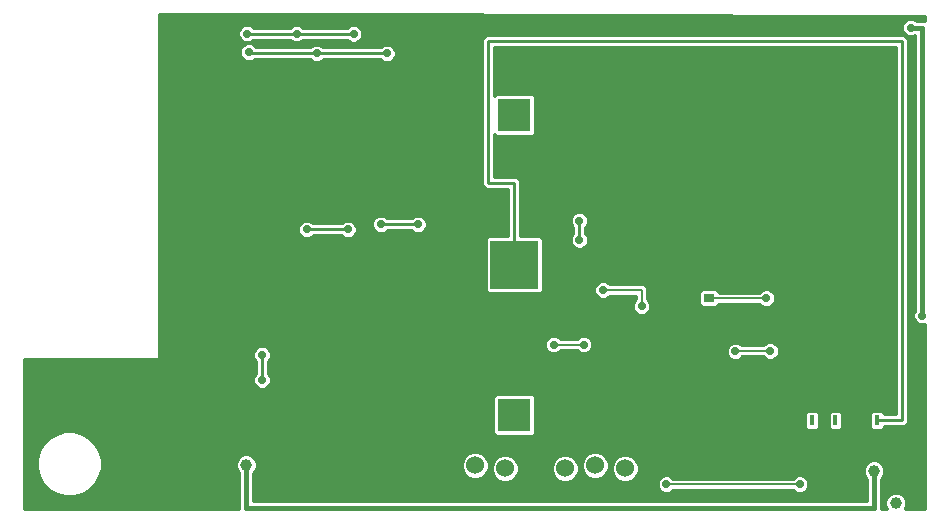
<source format=gbl>
G75*
%MOIN*%
%OFA0B0*%
%FSLAX25Y25*%
%IPPOS*%
%LPD*%
%AMOC8*
5,1,8,0,0,1.08239X$1,22.5*
%
%ADD10R,0.10950X0.10950*%
%ADD11R,0.16000X0.16000*%
%ADD12C,0.06000*%
%ADD13R,0.03543X0.02756*%
%ADD14R,0.01575X0.03543*%
%ADD15C,0.00700*%
%ADD16C,0.02800*%
%ADD17C,0.03962*%
%ADD18C,0.03569*%
%ADD19C,0.01000*%
%ADD20C,0.01600*%
D10*
X0168400Y0036300D03*
X0168400Y0136300D03*
D11*
X0168400Y0086300D03*
D12*
X0155300Y0019500D03*
X0165300Y0018500D03*
X0175300Y0019500D03*
X0185300Y0018500D03*
X0195300Y0019500D03*
X0205300Y0018500D03*
D13*
X0233400Y0080359D03*
X0233400Y0075241D03*
D14*
X0267573Y0034449D03*
X0275447Y0034449D03*
X0281353Y0034449D03*
X0289227Y0034449D03*
D15*
X0233400Y0075241D02*
X0249200Y0075141D01*
X0252400Y0075200D01*
X0263500Y0013200D02*
X0219100Y0013200D01*
X0191500Y0059700D02*
X0181500Y0059700D01*
X0253700Y0057600D02*
X0242100Y0057600D01*
X0242100Y0057500D01*
X0210800Y0072500D02*
X0210800Y0077900D01*
X0198000Y0077900D01*
D16*
X0252400Y0075200D03*
X0033900Y0038500D03*
X0063900Y0039000D03*
X0079100Y0039000D03*
X0119000Y0038300D03*
X0088700Y0038900D03*
X0054900Y0146500D03*
X0119200Y0120700D03*
X0244600Y0093100D03*
X0266500Y0099900D03*
X0074300Y0121900D03*
X0182300Y0094000D03*
X0201600Y0093900D03*
X0209500Y0148900D03*
X0260000Y0115300D03*
X0219400Y0118500D03*
X0231800Y0118500D03*
X0131300Y0067700D03*
X0171500Y0056900D03*
X0268600Y0130200D03*
X0212700Y0026100D03*
X0191500Y0043400D03*
X0294300Y0047500D03*
X0296000Y0020700D03*
X0247200Y0040900D03*
X0270300Y0060600D03*
X0232900Y0066300D03*
X0084300Y0056300D03*
X0084300Y0047900D03*
X0263500Y0013200D03*
X0219100Y0013200D03*
X0099200Y0098100D03*
X0112900Y0098100D03*
X0136300Y0099800D03*
X0123900Y0099800D03*
X0079900Y0157200D03*
X0126000Y0156759D03*
X0102500Y0156759D03*
X0079300Y0163400D03*
X0095800Y0163400D03*
X0114800Y0163300D03*
X0190100Y0094600D03*
X0190100Y0101000D03*
X0191500Y0059700D03*
X0181500Y0059700D03*
X0304300Y0069400D03*
X0300500Y0165400D03*
X0242100Y0057500D03*
X0253700Y0057600D03*
X0210800Y0072500D03*
X0198000Y0077900D03*
D17*
X0271500Y0042500D03*
X0155400Y0078100D03*
X0155800Y0063100D03*
X0156400Y0033000D03*
X0155800Y0048100D03*
X0288300Y0017600D03*
X0079100Y0019700D03*
X0295600Y0006800D03*
D18*
X0177500Y0145900D03*
D19*
X0291781Y0016908D02*
X0291781Y0018292D01*
X0291251Y0019572D01*
X0290272Y0020551D01*
X0288992Y0021081D01*
X0287608Y0021081D01*
X0286328Y0020551D01*
X0285349Y0019572D01*
X0284819Y0018292D01*
X0284819Y0016908D01*
X0285349Y0015628D01*
X0286000Y0014977D01*
X0286000Y0007600D01*
X0081300Y0007600D01*
X0081300Y0016977D01*
X0082051Y0017728D01*
X0082581Y0019008D01*
X0082581Y0020392D01*
X0082051Y0021672D01*
X0081072Y0022651D01*
X0079792Y0023181D01*
X0078408Y0023181D01*
X0077128Y0022651D01*
X0076149Y0021672D01*
X0075619Y0020392D01*
X0075619Y0019008D01*
X0076149Y0017728D01*
X0076700Y0017177D01*
X0076700Y0004976D01*
X0005000Y0005000D01*
X0005000Y0055000D01*
X0050000Y0055000D01*
X0050000Y0170000D01*
X0305400Y0169400D01*
X0305400Y0167453D01*
X0305153Y0167700D01*
X0305151Y0167700D01*
X0305150Y0167701D01*
X0304198Y0167700D01*
X0302301Y0167700D01*
X0302143Y0167858D01*
X0301077Y0168300D01*
X0299923Y0168300D01*
X0298857Y0167858D01*
X0298041Y0167043D01*
X0297600Y0165977D01*
X0297600Y0164823D01*
X0298041Y0163757D01*
X0298857Y0162941D01*
X0299923Y0162500D01*
X0301077Y0162500D01*
X0301903Y0162842D01*
X0301998Y0071199D01*
X0301841Y0071043D01*
X0301400Y0069977D01*
X0301400Y0068823D01*
X0301841Y0067757D01*
X0302657Y0066941D01*
X0303723Y0066500D01*
X0304877Y0066500D01*
X0305400Y0066717D01*
X0305400Y0059739D01*
X0305300Y0004900D01*
X0298582Y0004902D01*
X0299081Y0006108D01*
X0299081Y0007492D01*
X0298551Y0008772D01*
X0297572Y0009751D01*
X0296292Y0010281D01*
X0294908Y0010281D01*
X0293628Y0009751D01*
X0292649Y0008772D01*
X0292119Y0007492D01*
X0292119Y0006108D01*
X0292617Y0004904D01*
X0290600Y0004905D01*
X0290600Y0014977D01*
X0291251Y0015628D01*
X0291781Y0016908D01*
X0213700Y0071923D02*
X0213700Y0073077D01*
X0213258Y0074143D01*
X0212650Y0074751D01*
X0212650Y0078666D01*
X0211566Y0079750D01*
X0200251Y0079750D01*
X0199643Y0080358D01*
X0198577Y0080800D01*
X0197423Y0080800D01*
X0196357Y0080358D01*
X0195541Y0079543D01*
X0195100Y0078477D01*
X0195100Y0077323D01*
X0195541Y0076257D01*
X0196357Y0075441D01*
X0197423Y0075000D01*
X0198577Y0075000D01*
X0199643Y0075441D01*
X0200251Y0076050D01*
X0208950Y0076050D01*
X0208950Y0074751D01*
X0208341Y0074143D01*
X0207900Y0073077D01*
X0207900Y0071923D01*
X0208341Y0070857D01*
X0209157Y0070041D01*
X0210223Y0069600D01*
X0211377Y0069600D01*
X0212443Y0070041D01*
X0213258Y0070857D01*
X0213700Y0071923D01*
X0256600Y0057023D02*
X0256600Y0058177D01*
X0256158Y0059243D01*
X0255343Y0060058D01*
X0254277Y0060500D01*
X0253123Y0060500D01*
X0252057Y0060058D01*
X0251449Y0059450D01*
X0244251Y0059450D01*
X0243743Y0059958D01*
X0242677Y0060400D01*
X0241523Y0060400D01*
X0240457Y0059958D01*
X0239641Y0059143D01*
X0239200Y0058077D01*
X0239200Y0056923D01*
X0239641Y0055857D01*
X0240457Y0055041D01*
X0241523Y0054600D01*
X0242677Y0054600D01*
X0243743Y0055041D01*
X0244451Y0055750D01*
X0251449Y0055750D01*
X0252057Y0055141D01*
X0253123Y0054700D01*
X0254277Y0054700D01*
X0255343Y0055141D01*
X0256158Y0055957D01*
X0256600Y0057023D01*
X0183143Y0062158D02*
X0182077Y0062600D01*
X0180923Y0062600D01*
X0179857Y0062158D01*
X0179041Y0061343D01*
X0178600Y0060277D01*
X0178600Y0059123D01*
X0179041Y0058057D01*
X0179857Y0057241D01*
X0180923Y0056800D01*
X0182077Y0056800D01*
X0183143Y0057241D01*
X0183751Y0057850D01*
X0189249Y0057850D01*
X0189857Y0057241D01*
X0190923Y0056800D01*
X0192077Y0056800D01*
X0193143Y0057241D01*
X0193958Y0058057D01*
X0194400Y0059123D01*
X0194400Y0060277D01*
X0193958Y0061343D01*
X0193143Y0062158D01*
X0192077Y0062600D01*
X0190923Y0062600D01*
X0189857Y0062158D01*
X0189249Y0061550D01*
X0183751Y0061550D01*
X0183143Y0062158D01*
X0188100Y0096701D02*
X0187641Y0096243D01*
X0187200Y0095177D01*
X0187200Y0094023D01*
X0187641Y0092957D01*
X0188457Y0092141D01*
X0189523Y0091700D01*
X0190677Y0091700D01*
X0191743Y0092141D01*
X0192558Y0092957D01*
X0193000Y0094023D01*
X0193000Y0095177D01*
X0192558Y0096243D01*
X0192100Y0096701D01*
X0192100Y0098899D01*
X0192558Y0099357D01*
X0193000Y0100423D01*
X0193000Y0101577D01*
X0192558Y0102643D01*
X0191743Y0103458D01*
X0190677Y0103900D01*
X0189523Y0103900D01*
X0188457Y0103458D01*
X0187641Y0102643D01*
X0187200Y0101577D01*
X0187200Y0100423D01*
X0187641Y0099357D01*
X0188100Y0098899D01*
X0188100Y0096701D01*
X0123899Y0154759D02*
X0124357Y0154301D01*
X0125423Y0153859D01*
X0126577Y0153859D01*
X0127643Y0154301D01*
X0128458Y0155116D01*
X0128900Y0156182D01*
X0128900Y0157336D01*
X0128458Y0158402D01*
X0127643Y0159218D01*
X0126577Y0159659D01*
X0125423Y0159659D01*
X0124357Y0159218D01*
X0123899Y0158759D01*
X0104601Y0158759D01*
X0104143Y0159218D01*
X0103077Y0159659D01*
X0101923Y0159659D01*
X0100857Y0159218D01*
X0100399Y0158759D01*
X0082393Y0158759D01*
X0082358Y0158843D01*
X0081543Y0159658D01*
X0080477Y0160100D01*
X0079323Y0160100D01*
X0078257Y0159658D01*
X0077441Y0158843D01*
X0077000Y0157777D01*
X0077000Y0156623D01*
X0077441Y0155557D01*
X0078257Y0154741D01*
X0079323Y0154300D01*
X0080477Y0154300D01*
X0081543Y0154741D01*
X0081560Y0154759D01*
X0100399Y0154759D01*
X0100857Y0154301D01*
X0101923Y0153859D01*
X0103077Y0153859D01*
X0104143Y0154301D01*
X0104601Y0154759D01*
X0123899Y0154759D01*
X0134199Y0097800D02*
X0134657Y0097341D01*
X0135723Y0096900D01*
X0136877Y0096900D01*
X0137943Y0097341D01*
X0138758Y0098157D01*
X0139200Y0099223D01*
X0139200Y0100377D01*
X0138758Y0101443D01*
X0137943Y0102258D01*
X0136877Y0102700D01*
X0135723Y0102700D01*
X0134657Y0102258D01*
X0134199Y0101800D01*
X0126001Y0101800D01*
X0125543Y0102258D01*
X0124477Y0102700D01*
X0123323Y0102700D01*
X0122257Y0102258D01*
X0121441Y0101443D01*
X0121000Y0100377D01*
X0121000Y0099223D01*
X0121441Y0098157D01*
X0122257Y0097341D01*
X0123323Y0096900D01*
X0124477Y0096900D01*
X0125543Y0097341D01*
X0126001Y0097800D01*
X0134199Y0097800D01*
X0101301Y0100100D02*
X0100843Y0100558D01*
X0099777Y0101000D01*
X0098623Y0101000D01*
X0097557Y0100558D01*
X0096741Y0099743D01*
X0096300Y0098677D01*
X0096300Y0097523D01*
X0096741Y0096457D01*
X0097557Y0095641D01*
X0098623Y0095200D01*
X0099777Y0095200D01*
X0100843Y0095641D01*
X0101301Y0096100D01*
X0110799Y0096100D01*
X0111257Y0095641D01*
X0112323Y0095200D01*
X0113477Y0095200D01*
X0114543Y0095641D01*
X0115358Y0096457D01*
X0115800Y0097523D01*
X0115800Y0098677D01*
X0115358Y0099743D01*
X0114543Y0100558D01*
X0113477Y0101000D01*
X0112323Y0101000D01*
X0111257Y0100558D01*
X0110799Y0100100D01*
X0101301Y0100100D01*
X0266400Y0012623D02*
X0266400Y0013777D01*
X0265958Y0014843D01*
X0265143Y0015658D01*
X0264077Y0016100D01*
X0262923Y0016100D01*
X0261857Y0015658D01*
X0261249Y0015050D01*
X0221351Y0015050D01*
X0220743Y0015658D01*
X0219677Y0016100D01*
X0218523Y0016100D01*
X0217457Y0015658D01*
X0216641Y0014843D01*
X0216200Y0013777D01*
X0216200Y0012623D01*
X0216641Y0011557D01*
X0217457Y0010741D01*
X0218523Y0010300D01*
X0219677Y0010300D01*
X0220743Y0010741D01*
X0221351Y0011350D01*
X0261249Y0011350D01*
X0261857Y0010741D01*
X0262923Y0010300D01*
X0264077Y0010300D01*
X0265143Y0010741D01*
X0265958Y0011557D01*
X0266400Y0012623D01*
X0274039Y0031177D02*
X0276856Y0031177D01*
X0277735Y0032056D01*
X0277735Y0036842D01*
X0276856Y0037720D01*
X0274039Y0037720D01*
X0273160Y0036842D01*
X0273160Y0032056D01*
X0274039Y0031177D01*
X0266164Y0031177D02*
X0268982Y0031177D01*
X0269861Y0032056D01*
X0269861Y0036842D01*
X0268982Y0037720D01*
X0266164Y0037720D01*
X0265286Y0036842D01*
X0265286Y0032056D01*
X0266164Y0031177D01*
X0231007Y0072363D02*
X0235793Y0072363D01*
X0236672Y0073242D01*
X0236672Y0073370D01*
X0248449Y0073296D01*
X0248468Y0073277D01*
X0249211Y0073291D01*
X0249955Y0073286D01*
X0249974Y0073305D01*
X0250190Y0073309D01*
X0250757Y0072741D01*
X0251823Y0072300D01*
X0252977Y0072300D01*
X0254043Y0072741D01*
X0254858Y0073557D01*
X0255300Y0074623D01*
X0255300Y0075777D01*
X0254858Y0076843D01*
X0254043Y0077658D01*
X0252977Y0078100D01*
X0251823Y0078100D01*
X0250757Y0077658D01*
X0250107Y0077008D01*
X0249189Y0076991D01*
X0236672Y0077070D01*
X0236672Y0077240D01*
X0235793Y0078119D01*
X0231007Y0078119D01*
X0230128Y0077240D01*
X0230128Y0073242D01*
X0231007Y0072363D01*
X0209800Y0017605D02*
X0209800Y0019395D01*
X0209115Y0021049D01*
X0207849Y0022315D01*
X0206195Y0023000D01*
X0204405Y0023000D01*
X0202751Y0022315D01*
X0201485Y0021049D01*
X0200800Y0019395D01*
X0200800Y0017605D01*
X0201485Y0015951D01*
X0202751Y0014685D01*
X0204405Y0014000D01*
X0206195Y0014000D01*
X0207849Y0014685D01*
X0209115Y0015951D01*
X0209800Y0017605D01*
X0199800Y0018605D02*
X0199800Y0020395D01*
X0199115Y0022049D01*
X0197849Y0023315D01*
X0196195Y0024000D01*
X0194405Y0024000D01*
X0192751Y0023315D01*
X0191485Y0022049D01*
X0190800Y0020395D01*
X0190800Y0018605D01*
X0191485Y0016951D01*
X0192751Y0015685D01*
X0194405Y0015000D01*
X0196195Y0015000D01*
X0197849Y0015685D01*
X0199115Y0016951D01*
X0199800Y0018605D01*
X0189800Y0017605D02*
X0189800Y0019395D01*
X0189115Y0021049D01*
X0187849Y0022315D01*
X0186195Y0023000D01*
X0184405Y0023000D01*
X0182751Y0022315D01*
X0181485Y0021049D01*
X0180800Y0019395D01*
X0180800Y0017605D01*
X0181485Y0015951D01*
X0182751Y0014685D01*
X0184405Y0014000D01*
X0186195Y0014000D01*
X0187849Y0014685D01*
X0189115Y0015951D01*
X0189800Y0017605D01*
X0169800Y0017605D02*
X0169800Y0019395D01*
X0169115Y0021049D01*
X0167849Y0022315D01*
X0166195Y0023000D01*
X0164405Y0023000D01*
X0162751Y0022315D01*
X0161485Y0021049D01*
X0160800Y0019395D01*
X0160800Y0017605D01*
X0161485Y0015951D01*
X0162751Y0014685D01*
X0164405Y0014000D01*
X0166195Y0014000D01*
X0167849Y0014685D01*
X0169115Y0015951D01*
X0169800Y0017605D01*
X0159800Y0018605D02*
X0159800Y0020395D01*
X0159115Y0022049D01*
X0157849Y0023315D01*
X0156195Y0024000D01*
X0154405Y0024000D01*
X0152751Y0023315D01*
X0151485Y0022049D01*
X0150800Y0020395D01*
X0150800Y0018605D01*
X0151485Y0016951D01*
X0152751Y0015685D01*
X0154405Y0015000D01*
X0156195Y0015000D01*
X0157849Y0015685D01*
X0159115Y0016951D01*
X0159800Y0018605D01*
X0174496Y0143275D02*
X0162304Y0143275D01*
X0161700Y0142671D01*
X0161700Y0158800D01*
X0295600Y0158800D01*
X0295600Y0036449D01*
X0291514Y0036449D01*
X0291514Y0036842D01*
X0290635Y0037720D01*
X0287818Y0037720D01*
X0286939Y0036842D01*
X0286939Y0032056D01*
X0287818Y0031177D01*
X0290635Y0031177D01*
X0291514Y0032056D01*
X0291514Y0032449D01*
X0298428Y0032449D01*
X0299600Y0033620D01*
X0299600Y0161628D01*
X0298428Y0162800D01*
X0158872Y0162800D01*
X0157700Y0161628D01*
X0157700Y0112772D01*
X0158872Y0111600D01*
X0166400Y0111600D01*
X0166400Y0095800D01*
X0159779Y0095800D01*
X0158900Y0094921D01*
X0158900Y0077679D01*
X0159779Y0076800D01*
X0177021Y0076800D01*
X0177900Y0077679D01*
X0177900Y0094921D01*
X0177021Y0095800D01*
X0170400Y0095800D01*
X0170400Y0114428D01*
X0169228Y0115600D01*
X0161700Y0115600D01*
X0161700Y0129929D01*
X0162304Y0129325D01*
X0174496Y0129325D01*
X0175375Y0130204D01*
X0175375Y0142396D01*
X0174496Y0143275D01*
X0174496Y0043275D02*
X0162304Y0043275D01*
X0161425Y0042396D01*
X0161425Y0030204D01*
X0162304Y0029325D01*
X0174496Y0029325D01*
X0175375Y0030204D01*
X0175375Y0042396D01*
X0174496Y0043275D01*
X0030799Y0018578D02*
X0030799Y0021422D01*
X0030063Y0024168D01*
X0028642Y0026631D01*
X0026631Y0028642D01*
X0024168Y0030063D01*
X0021422Y0030799D01*
X0018578Y0030799D01*
X0015832Y0030063D01*
X0013369Y0028642D01*
X0011358Y0026631D01*
X0009937Y0024168D01*
X0009201Y0021422D01*
X0009201Y0018578D01*
X0009937Y0015832D01*
X0011358Y0013369D01*
X0013369Y0011358D01*
X0015832Y0009937D01*
X0018578Y0009201D01*
X0021422Y0009201D01*
X0024168Y0009937D01*
X0026631Y0011358D01*
X0028642Y0013369D01*
X0030063Y0015832D01*
X0030799Y0018578D01*
X0086300Y0054199D02*
X0086758Y0054657D01*
X0087200Y0055723D01*
X0087200Y0056877D01*
X0086758Y0057943D01*
X0085943Y0058758D01*
X0084877Y0059200D01*
X0083723Y0059200D01*
X0082657Y0058758D01*
X0081841Y0057943D01*
X0081400Y0056877D01*
X0081400Y0055723D01*
X0081841Y0054657D01*
X0082300Y0054199D01*
X0082300Y0050001D01*
X0081841Y0049543D01*
X0081400Y0048477D01*
X0081400Y0047323D01*
X0081841Y0046257D01*
X0082657Y0045441D01*
X0083723Y0045000D01*
X0084877Y0045000D01*
X0085943Y0045441D01*
X0086758Y0046257D01*
X0087200Y0047323D01*
X0087200Y0048477D01*
X0086758Y0049543D01*
X0086300Y0050001D01*
X0086300Y0054199D01*
X0098001Y0165300D02*
X0097443Y0165858D01*
X0096377Y0166300D01*
X0095223Y0166300D01*
X0094157Y0165858D01*
X0093699Y0165400D01*
X0081401Y0165400D01*
X0080943Y0165858D01*
X0079877Y0166300D01*
X0078723Y0166300D01*
X0077657Y0165858D01*
X0076841Y0165043D01*
X0076400Y0163977D01*
X0076400Y0162823D01*
X0076841Y0161757D01*
X0077657Y0160941D01*
X0078723Y0160500D01*
X0079877Y0160500D01*
X0080943Y0160941D01*
X0081401Y0161400D01*
X0093699Y0161400D01*
X0094157Y0160941D01*
X0095223Y0160500D01*
X0096377Y0160500D01*
X0097443Y0160941D01*
X0097801Y0161300D01*
X0112699Y0161300D01*
X0113157Y0160841D01*
X0114223Y0160400D01*
X0115377Y0160400D01*
X0116443Y0160841D01*
X0117258Y0161657D01*
X0117700Y0162723D01*
X0117700Y0163877D01*
X0117258Y0164943D01*
X0116443Y0165758D01*
X0115377Y0166200D01*
X0114223Y0166200D01*
X0113157Y0165758D01*
X0112699Y0165300D01*
X0098001Y0165300D01*
X0076700Y0004993D02*
X0027349Y0004993D01*
X0290600Y0004993D02*
X0292581Y0004993D01*
X0298619Y0004993D02*
X0305300Y0004993D01*
X0076700Y0005991D02*
X0005000Y0005991D01*
X0290600Y0005991D02*
X0292167Y0005991D01*
X0299033Y0005991D02*
X0305302Y0005991D01*
X0076700Y0006990D02*
X0005000Y0006990D01*
X0290600Y0006990D02*
X0292119Y0006990D01*
X0299081Y0006990D02*
X0305304Y0006990D01*
X0076700Y0007988D02*
X0005000Y0007988D01*
X0081300Y0007988D02*
X0286000Y0007988D01*
X0290600Y0007988D02*
X0292324Y0007988D01*
X0298876Y0007988D02*
X0305306Y0007988D01*
X0076700Y0008987D02*
X0005000Y0008987D01*
X0081300Y0008987D02*
X0286000Y0008987D01*
X0290600Y0008987D02*
X0292864Y0008987D01*
X0298336Y0008987D02*
X0305307Y0008987D01*
X0015748Y0009985D02*
X0005000Y0009985D01*
X0024252Y0009985D02*
X0076700Y0009985D01*
X0081300Y0009985D02*
X0286000Y0009985D01*
X0290600Y0009985D02*
X0294193Y0009985D01*
X0297007Y0009985D02*
X0305309Y0009985D01*
X0014018Y0010984D02*
X0005000Y0010984D01*
X0025982Y0010984D02*
X0076700Y0010984D01*
X0081300Y0010984D02*
X0217215Y0010984D01*
X0220985Y0010984D02*
X0261615Y0010984D01*
X0265385Y0010984D02*
X0286000Y0010984D01*
X0290600Y0010984D02*
X0305311Y0010984D01*
X0012745Y0011982D02*
X0005000Y0011982D01*
X0027255Y0011982D02*
X0076700Y0011982D01*
X0081300Y0011982D02*
X0216466Y0011982D01*
X0266134Y0011982D02*
X0286000Y0011982D01*
X0290600Y0011982D02*
X0305313Y0011982D01*
X0011747Y0012981D02*
X0005000Y0012981D01*
X0028253Y0012981D02*
X0076700Y0012981D01*
X0081300Y0012981D02*
X0216200Y0012981D01*
X0266400Y0012981D02*
X0286000Y0012981D01*
X0290600Y0012981D02*
X0305315Y0012981D01*
X0011006Y0013979D02*
X0005000Y0013979D01*
X0028994Y0013979D02*
X0076700Y0013979D01*
X0081300Y0013979D02*
X0216284Y0013979D01*
X0266316Y0013979D02*
X0286000Y0013979D01*
X0290600Y0013979D02*
X0305317Y0013979D01*
X0010430Y0014978D02*
X0005000Y0014978D01*
X0029570Y0014978D02*
X0076700Y0014978D01*
X0081300Y0014978D02*
X0162458Y0014978D01*
X0168142Y0014978D02*
X0182458Y0014978D01*
X0188142Y0014978D02*
X0202458Y0014978D01*
X0208142Y0014978D02*
X0216776Y0014978D01*
X0265824Y0014978D02*
X0285999Y0014978D01*
X0290601Y0014978D02*
X0305318Y0014978D01*
X0009898Y0015976D02*
X0005000Y0015976D01*
X0030102Y0015976D02*
X0076700Y0015976D01*
X0081300Y0015976D02*
X0152460Y0015976D01*
X0158140Y0015976D02*
X0161475Y0015976D01*
X0169125Y0015976D02*
X0181475Y0015976D01*
X0189125Y0015976D02*
X0192460Y0015976D01*
X0198140Y0015976D02*
X0201475Y0015976D01*
X0209125Y0015976D02*
X0218224Y0015976D01*
X0219976Y0015976D02*
X0262624Y0015976D01*
X0264376Y0015976D02*
X0285205Y0015976D01*
X0291395Y0015976D02*
X0305320Y0015976D01*
X0009630Y0016975D02*
X0005000Y0016975D01*
X0030370Y0016975D02*
X0076700Y0016975D01*
X0081300Y0016975D02*
X0151475Y0016975D01*
X0159125Y0016975D02*
X0161061Y0016975D01*
X0169539Y0016975D02*
X0181061Y0016975D01*
X0189539Y0016975D02*
X0191475Y0016975D01*
X0199125Y0016975D02*
X0201061Y0016975D01*
X0209539Y0016975D02*
X0284819Y0016975D01*
X0291781Y0016975D02*
X0305322Y0016975D01*
X0009363Y0017973D02*
X0005000Y0017973D01*
X0030637Y0017973D02*
X0076047Y0017973D01*
X0082153Y0017973D02*
X0151062Y0017973D01*
X0159538Y0017973D02*
X0160800Y0017973D01*
X0169800Y0017973D02*
X0180800Y0017973D01*
X0189800Y0017973D02*
X0191062Y0017973D01*
X0199538Y0017973D02*
X0200800Y0017973D01*
X0209800Y0017973D02*
X0284819Y0017973D01*
X0291781Y0017973D02*
X0305324Y0017973D01*
X0009201Y0018972D02*
X0005000Y0018972D01*
X0030799Y0018972D02*
X0075634Y0018972D01*
X0082566Y0018972D02*
X0150800Y0018972D01*
X0159800Y0018972D02*
X0160800Y0018972D01*
X0169800Y0018972D02*
X0180800Y0018972D01*
X0189800Y0018972D02*
X0190800Y0018972D01*
X0199800Y0018972D02*
X0200800Y0018972D01*
X0209800Y0018972D02*
X0285100Y0018972D01*
X0291500Y0018972D02*
X0305326Y0018972D01*
X0009201Y0019970D02*
X0005000Y0019970D01*
X0030799Y0019970D02*
X0075619Y0019970D01*
X0082581Y0019970D02*
X0150800Y0019970D01*
X0159800Y0019970D02*
X0161038Y0019970D01*
X0169562Y0019970D02*
X0181038Y0019970D01*
X0189562Y0019970D02*
X0190800Y0019970D01*
X0199800Y0019970D02*
X0201038Y0019970D01*
X0209562Y0019970D02*
X0285747Y0019970D01*
X0290853Y0019970D02*
X0305327Y0019970D01*
X0009201Y0020969D02*
X0005000Y0020969D01*
X0030799Y0020969D02*
X0075858Y0020969D01*
X0082342Y0020969D02*
X0151038Y0020969D01*
X0159562Y0020969D02*
X0161452Y0020969D01*
X0169148Y0020969D02*
X0181452Y0020969D01*
X0189148Y0020969D02*
X0191038Y0020969D01*
X0199562Y0020969D02*
X0201452Y0020969D01*
X0209148Y0020969D02*
X0287336Y0020969D01*
X0289264Y0020969D02*
X0305329Y0020969D01*
X0009347Y0021967D02*
X0005000Y0021967D01*
X0030653Y0021967D02*
X0076444Y0021967D01*
X0081756Y0021967D02*
X0151451Y0021967D01*
X0159149Y0021967D02*
X0162403Y0021967D01*
X0168197Y0021967D02*
X0182403Y0021967D01*
X0188197Y0021967D02*
X0191451Y0021967D01*
X0199149Y0021967D02*
X0202403Y0021967D01*
X0208197Y0021967D02*
X0305331Y0021967D01*
X0009615Y0022966D02*
X0005000Y0022966D01*
X0030385Y0022966D02*
X0077888Y0022966D01*
X0080312Y0022966D02*
X0152402Y0022966D01*
X0158198Y0022966D02*
X0164322Y0022966D01*
X0166278Y0022966D02*
X0184322Y0022966D01*
X0186278Y0022966D02*
X0192402Y0022966D01*
X0198198Y0022966D02*
X0204322Y0022966D01*
X0206278Y0022966D02*
X0305333Y0022966D01*
X0009882Y0023964D02*
X0005000Y0023964D01*
X0030118Y0023964D02*
X0154319Y0023964D01*
X0156281Y0023964D02*
X0194319Y0023964D01*
X0196281Y0023964D02*
X0305335Y0023964D01*
X0010395Y0024963D02*
X0005000Y0024963D01*
X0029605Y0024963D02*
X0305337Y0024963D01*
X0010972Y0025961D02*
X0005000Y0025961D01*
X0029028Y0025961D02*
X0305338Y0025961D01*
X0011687Y0026960D02*
X0005000Y0026960D01*
X0028313Y0026960D02*
X0305340Y0026960D01*
X0012686Y0027958D02*
X0005000Y0027958D01*
X0027314Y0027958D02*
X0305342Y0027958D01*
X0013915Y0028957D02*
X0005000Y0028957D01*
X0026085Y0028957D02*
X0305344Y0028957D01*
X0015645Y0029955D02*
X0005000Y0029955D01*
X0024355Y0029955D02*
X0161673Y0029955D01*
X0175127Y0029955D02*
X0305346Y0029955D01*
X0161425Y0030954D02*
X0005000Y0030954D01*
X0175375Y0030954D02*
X0305348Y0030954D01*
X0161425Y0031952D02*
X0005000Y0031952D01*
X0175375Y0031952D02*
X0265389Y0031952D01*
X0269757Y0031952D02*
X0273263Y0031952D01*
X0277631Y0031952D02*
X0287043Y0031952D01*
X0291411Y0031952D02*
X0305349Y0031952D01*
X0161425Y0032951D02*
X0005000Y0032951D01*
X0175375Y0032951D02*
X0265286Y0032951D01*
X0269861Y0032951D02*
X0273160Y0032951D01*
X0277735Y0032951D02*
X0286939Y0032951D01*
X0298930Y0032951D02*
X0305351Y0032951D01*
X0161425Y0033949D02*
X0005000Y0033949D01*
X0175375Y0033949D02*
X0265286Y0033949D01*
X0269861Y0033949D02*
X0273160Y0033949D01*
X0277735Y0033949D02*
X0286939Y0033949D01*
X0299600Y0033949D02*
X0305353Y0033949D01*
X0161425Y0034948D02*
X0005000Y0034948D01*
X0175375Y0034948D02*
X0265286Y0034948D01*
X0269861Y0034948D02*
X0273160Y0034948D01*
X0277735Y0034948D02*
X0286939Y0034948D01*
X0299600Y0034948D02*
X0305355Y0034948D01*
X0161425Y0035946D02*
X0005000Y0035946D01*
X0175375Y0035946D02*
X0265286Y0035946D01*
X0269861Y0035946D02*
X0273160Y0035946D01*
X0277735Y0035946D02*
X0286939Y0035946D01*
X0299600Y0035946D02*
X0305357Y0035946D01*
X0161425Y0036945D02*
X0005000Y0036945D01*
X0175375Y0036945D02*
X0265389Y0036945D01*
X0269757Y0036945D02*
X0273263Y0036945D01*
X0277632Y0036945D02*
X0287042Y0036945D01*
X0291411Y0036945D02*
X0295600Y0036945D01*
X0299600Y0036945D02*
X0305358Y0036945D01*
X0161425Y0037943D02*
X0005000Y0037943D01*
X0175375Y0037943D02*
X0295600Y0037943D01*
X0299600Y0037943D02*
X0305360Y0037943D01*
X0161425Y0038942D02*
X0005000Y0038942D01*
X0175375Y0038942D02*
X0295600Y0038942D01*
X0299600Y0038942D02*
X0305362Y0038942D01*
X0161425Y0039940D02*
X0005000Y0039940D01*
X0175375Y0039940D02*
X0295600Y0039940D01*
X0299600Y0039940D02*
X0305364Y0039940D01*
X0161425Y0040939D02*
X0005000Y0040939D01*
X0175375Y0040939D02*
X0295600Y0040939D01*
X0299600Y0040939D02*
X0305366Y0040939D01*
X0161425Y0041937D02*
X0005000Y0041937D01*
X0175375Y0041937D02*
X0295600Y0041937D01*
X0299600Y0041937D02*
X0305368Y0041937D01*
X0161965Y0042936D02*
X0005000Y0042936D01*
X0174835Y0042936D02*
X0295600Y0042936D01*
X0299600Y0042936D02*
X0305369Y0042936D01*
X0295600Y0043934D02*
X0005000Y0043934D01*
X0299600Y0043934D02*
X0305371Y0043934D01*
X0295600Y0044933D02*
X0005000Y0044933D01*
X0299600Y0044933D02*
X0305373Y0044933D01*
X0082167Y0045932D02*
X0005000Y0045932D01*
X0086433Y0045932D02*
X0295600Y0045932D01*
X0299600Y0045932D02*
X0305375Y0045932D01*
X0081563Y0046930D02*
X0005000Y0046930D01*
X0087037Y0046930D02*
X0295600Y0046930D01*
X0299600Y0046930D02*
X0305377Y0046930D01*
X0081400Y0047929D02*
X0005000Y0047929D01*
X0087200Y0047929D02*
X0295600Y0047929D01*
X0299600Y0047929D02*
X0305378Y0047929D01*
X0081586Y0048927D02*
X0005000Y0048927D01*
X0087014Y0048927D02*
X0295600Y0048927D01*
X0299600Y0048927D02*
X0305380Y0048927D01*
X0082224Y0049926D02*
X0005000Y0049926D01*
X0086376Y0049926D02*
X0295600Y0049926D01*
X0299600Y0049926D02*
X0305382Y0049926D01*
X0082300Y0050924D02*
X0005000Y0050924D01*
X0086300Y0050924D02*
X0295600Y0050924D01*
X0299600Y0050924D02*
X0305384Y0050924D01*
X0082300Y0051923D02*
X0005000Y0051923D01*
X0086300Y0051923D02*
X0295600Y0051923D01*
X0299600Y0051923D02*
X0305386Y0051923D01*
X0082300Y0052921D02*
X0005000Y0052921D01*
X0086300Y0052921D02*
X0295600Y0052921D01*
X0299600Y0052921D02*
X0305388Y0052921D01*
X0082300Y0053920D02*
X0005000Y0053920D01*
X0086300Y0053920D02*
X0295600Y0053920D01*
X0299600Y0053920D02*
X0305389Y0053920D01*
X0081733Y0054918D02*
X0005000Y0054918D01*
X0086867Y0054918D02*
X0240755Y0054918D01*
X0243445Y0054918D02*
X0252597Y0054918D01*
X0254803Y0054918D02*
X0295600Y0054918D01*
X0299600Y0054918D02*
X0305391Y0054918D01*
X0081400Y0055917D02*
X0050000Y0055917D01*
X0087200Y0055917D02*
X0239617Y0055917D01*
X0256118Y0055917D02*
X0295600Y0055917D01*
X0299600Y0055917D02*
X0305393Y0055917D01*
X0081416Y0056915D02*
X0050000Y0056915D01*
X0087184Y0056915D02*
X0180645Y0056915D01*
X0182355Y0056915D02*
X0190645Y0056915D01*
X0192355Y0056915D02*
X0239203Y0056915D01*
X0256555Y0056915D02*
X0295600Y0056915D01*
X0299600Y0056915D02*
X0305395Y0056915D01*
X0081829Y0057914D02*
X0050000Y0057914D01*
X0086771Y0057914D02*
X0179185Y0057914D01*
X0193815Y0057914D02*
X0239200Y0057914D01*
X0256600Y0057914D02*
X0295600Y0057914D01*
X0299600Y0057914D02*
X0305397Y0057914D01*
X0083028Y0058912D02*
X0050000Y0058912D01*
X0085572Y0058912D02*
X0178687Y0058912D01*
X0194313Y0058912D02*
X0239546Y0058912D01*
X0256295Y0058912D02*
X0295600Y0058912D01*
X0299600Y0058912D02*
X0305398Y0058912D01*
X0178600Y0059911D02*
X0050000Y0059911D01*
X0194400Y0059911D02*
X0240409Y0059911D01*
X0243791Y0059911D02*
X0251909Y0059911D01*
X0255491Y0059911D02*
X0295600Y0059911D01*
X0299600Y0059911D02*
X0305400Y0059911D01*
X0178862Y0060909D02*
X0050000Y0060909D01*
X0194138Y0060909D02*
X0295600Y0060909D01*
X0299600Y0060909D02*
X0305400Y0060909D01*
X0179606Y0061908D02*
X0050000Y0061908D01*
X0183394Y0061908D02*
X0189606Y0061908D01*
X0193394Y0061908D02*
X0295600Y0061908D01*
X0299600Y0061908D02*
X0305400Y0061908D01*
X0295600Y0062906D02*
X0050000Y0062906D01*
X0299600Y0062906D02*
X0305400Y0062906D01*
X0295600Y0063905D02*
X0050000Y0063905D01*
X0299600Y0063905D02*
X0305400Y0063905D01*
X0295600Y0064903D02*
X0050000Y0064903D01*
X0299600Y0064903D02*
X0305400Y0064903D01*
X0295600Y0065902D02*
X0050000Y0065902D01*
X0299600Y0065902D02*
X0305400Y0065902D01*
X0295600Y0066900D02*
X0050000Y0066900D01*
X0299600Y0066900D02*
X0302757Y0066900D01*
X0295600Y0067899D02*
X0050000Y0067899D01*
X0299600Y0067899D02*
X0301783Y0067899D01*
X0295600Y0068897D02*
X0050000Y0068897D01*
X0299600Y0068897D02*
X0301400Y0068897D01*
X0209509Y0069896D02*
X0050000Y0069896D01*
X0212091Y0069896D02*
X0295600Y0069896D01*
X0299600Y0069896D02*
X0301400Y0069896D01*
X0208326Y0070894D02*
X0050000Y0070894D01*
X0213274Y0070894D02*
X0295600Y0070894D01*
X0299600Y0070894D02*
X0301780Y0070894D01*
X0207913Y0071893D02*
X0050000Y0071893D01*
X0213687Y0071893D02*
X0295600Y0071893D01*
X0299600Y0071893D02*
X0301997Y0071893D01*
X0207900Y0072891D02*
X0050000Y0072891D01*
X0213700Y0072891D02*
X0230479Y0072891D01*
X0236321Y0072891D02*
X0250607Y0072891D01*
X0254193Y0072891D02*
X0295600Y0072891D01*
X0299600Y0072891D02*
X0301996Y0072891D01*
X0208237Y0073890D02*
X0050000Y0073890D01*
X0213363Y0073890D02*
X0230128Y0073890D01*
X0254996Y0073890D02*
X0295600Y0073890D01*
X0299600Y0073890D02*
X0301995Y0073890D01*
X0208950Y0074888D02*
X0050000Y0074888D01*
X0212650Y0074888D02*
X0230128Y0074888D01*
X0255300Y0074888D02*
X0295600Y0074888D01*
X0299600Y0074888D02*
X0301994Y0074888D01*
X0195912Y0075887D02*
X0050000Y0075887D01*
X0200088Y0075887D02*
X0208950Y0075887D01*
X0212650Y0075887D02*
X0230128Y0075887D01*
X0255254Y0075887D02*
X0295600Y0075887D01*
X0299600Y0075887D02*
X0301993Y0075887D01*
X0159693Y0076885D02*
X0050000Y0076885D01*
X0177107Y0076885D02*
X0195281Y0076885D01*
X0212650Y0076885D02*
X0230128Y0076885D01*
X0254816Y0076885D02*
X0295600Y0076885D01*
X0299600Y0076885D02*
X0301992Y0076885D01*
X0158900Y0077884D02*
X0050000Y0077884D01*
X0177900Y0077884D02*
X0195100Y0077884D01*
X0212650Y0077884D02*
X0230772Y0077884D01*
X0236028Y0077884D02*
X0251301Y0077884D01*
X0253499Y0077884D02*
X0295600Y0077884D01*
X0299600Y0077884D02*
X0301991Y0077884D01*
X0158900Y0078882D02*
X0050000Y0078882D01*
X0177900Y0078882D02*
X0195268Y0078882D01*
X0212434Y0078882D02*
X0295600Y0078882D01*
X0299600Y0078882D02*
X0301990Y0078882D01*
X0158900Y0079881D02*
X0050000Y0079881D01*
X0177900Y0079881D02*
X0195880Y0079881D01*
X0200120Y0079881D02*
X0295600Y0079881D01*
X0299600Y0079881D02*
X0301989Y0079881D01*
X0158900Y0080879D02*
X0050000Y0080879D01*
X0177900Y0080879D02*
X0295600Y0080879D01*
X0299600Y0080879D02*
X0301988Y0080879D01*
X0158900Y0081878D02*
X0050000Y0081878D01*
X0177900Y0081878D02*
X0295600Y0081878D01*
X0299600Y0081878D02*
X0301987Y0081878D01*
X0158900Y0082876D02*
X0050000Y0082876D01*
X0177900Y0082876D02*
X0295600Y0082876D01*
X0299600Y0082876D02*
X0301986Y0082876D01*
X0158900Y0083875D02*
X0050000Y0083875D01*
X0177900Y0083875D02*
X0295600Y0083875D01*
X0299600Y0083875D02*
X0301985Y0083875D01*
X0158900Y0084873D02*
X0050000Y0084873D01*
X0177900Y0084873D02*
X0295600Y0084873D01*
X0299600Y0084873D02*
X0301984Y0084873D01*
X0158900Y0085872D02*
X0050000Y0085872D01*
X0177900Y0085872D02*
X0295600Y0085872D01*
X0299600Y0085872D02*
X0301983Y0085872D01*
X0158900Y0086870D02*
X0050000Y0086870D01*
X0177900Y0086870D02*
X0295600Y0086870D01*
X0299600Y0086870D02*
X0301982Y0086870D01*
X0158900Y0087869D02*
X0050000Y0087869D01*
X0177900Y0087869D02*
X0295600Y0087869D01*
X0299600Y0087869D02*
X0301981Y0087869D01*
X0158900Y0088868D02*
X0050000Y0088868D01*
X0177900Y0088868D02*
X0295600Y0088868D01*
X0299600Y0088868D02*
X0301980Y0088868D01*
X0158900Y0089866D02*
X0050000Y0089866D01*
X0177900Y0089866D02*
X0295600Y0089866D01*
X0299600Y0089866D02*
X0301979Y0089866D01*
X0158900Y0090865D02*
X0050000Y0090865D01*
X0177900Y0090865D02*
X0295600Y0090865D01*
X0299600Y0090865D02*
X0301978Y0090865D01*
X0158900Y0091863D02*
X0050000Y0091863D01*
X0177900Y0091863D02*
X0189130Y0091863D01*
X0191070Y0091863D02*
X0295600Y0091863D01*
X0299600Y0091863D02*
X0301977Y0091863D01*
X0158900Y0092862D02*
X0050000Y0092862D01*
X0177900Y0092862D02*
X0187737Y0092862D01*
X0192463Y0092862D02*
X0295600Y0092862D01*
X0299600Y0092862D02*
X0301976Y0092862D01*
X0158900Y0093860D02*
X0050000Y0093860D01*
X0177900Y0093860D02*
X0187268Y0093860D01*
X0192932Y0093860D02*
X0295600Y0093860D01*
X0299600Y0093860D02*
X0301975Y0093860D01*
X0158900Y0094859D02*
X0050000Y0094859D01*
X0177900Y0094859D02*
X0187200Y0094859D01*
X0193000Y0094859D02*
X0295600Y0094859D01*
X0299600Y0094859D02*
X0301973Y0094859D01*
X0097342Y0095857D02*
X0050000Y0095857D01*
X0101058Y0095857D02*
X0111042Y0095857D01*
X0114758Y0095857D02*
X0166400Y0095857D01*
X0170400Y0095857D02*
X0187482Y0095857D01*
X0192718Y0095857D02*
X0295600Y0095857D01*
X0299600Y0095857D02*
X0301972Y0095857D01*
X0096577Y0096856D02*
X0050000Y0096856D01*
X0115523Y0096856D02*
X0166400Y0096856D01*
X0170400Y0096856D02*
X0188100Y0096856D01*
X0192100Y0096856D02*
X0295600Y0096856D01*
X0299600Y0096856D02*
X0301971Y0096856D01*
X0096300Y0097854D02*
X0050000Y0097854D01*
X0115800Y0097854D02*
X0121745Y0097854D01*
X0138455Y0097854D02*
X0166400Y0097854D01*
X0170400Y0097854D02*
X0188100Y0097854D01*
X0192100Y0097854D02*
X0295600Y0097854D01*
X0299600Y0097854D02*
X0301970Y0097854D01*
X0096373Y0098853D02*
X0050000Y0098853D01*
X0115727Y0098853D02*
X0121153Y0098853D01*
X0139047Y0098853D02*
X0166400Y0098853D01*
X0170400Y0098853D02*
X0188100Y0098853D01*
X0192100Y0098853D02*
X0295600Y0098853D01*
X0299600Y0098853D02*
X0301969Y0098853D01*
X0096850Y0099851D02*
X0050000Y0099851D01*
X0115250Y0099851D02*
X0121000Y0099851D01*
X0139200Y0099851D02*
X0166400Y0099851D01*
X0170400Y0099851D02*
X0187437Y0099851D01*
X0192763Y0099851D02*
X0295600Y0099851D01*
X0299600Y0099851D02*
X0301968Y0099851D01*
X0098260Y0100850D02*
X0050000Y0100850D01*
X0100140Y0100850D02*
X0111960Y0100850D01*
X0113840Y0100850D02*
X0121196Y0100850D01*
X0139004Y0100850D02*
X0166400Y0100850D01*
X0170400Y0100850D02*
X0187200Y0100850D01*
X0193000Y0100850D02*
X0295600Y0100850D01*
X0299600Y0100850D02*
X0301967Y0100850D01*
X0121847Y0101848D02*
X0050000Y0101848D01*
X0125953Y0101848D02*
X0134247Y0101848D01*
X0138353Y0101848D02*
X0166400Y0101848D01*
X0170400Y0101848D02*
X0187312Y0101848D01*
X0192888Y0101848D02*
X0295600Y0101848D01*
X0299600Y0101848D02*
X0301966Y0101848D01*
X0166400Y0102847D02*
X0050000Y0102847D01*
X0170400Y0102847D02*
X0187845Y0102847D01*
X0192355Y0102847D02*
X0295600Y0102847D01*
X0299600Y0102847D02*
X0301965Y0102847D01*
X0166400Y0103845D02*
X0050000Y0103845D01*
X0170400Y0103845D02*
X0189391Y0103845D01*
X0190809Y0103845D02*
X0295600Y0103845D01*
X0299600Y0103845D02*
X0301964Y0103845D01*
X0166400Y0104844D02*
X0050000Y0104844D01*
X0170400Y0104844D02*
X0295600Y0104844D01*
X0299600Y0104844D02*
X0301963Y0104844D01*
X0166400Y0105842D02*
X0050000Y0105842D01*
X0170400Y0105842D02*
X0295600Y0105842D01*
X0299600Y0105842D02*
X0301962Y0105842D01*
X0166400Y0106841D02*
X0050000Y0106841D01*
X0170400Y0106841D02*
X0295600Y0106841D01*
X0299600Y0106841D02*
X0301961Y0106841D01*
X0166400Y0107839D02*
X0050000Y0107839D01*
X0170400Y0107839D02*
X0295600Y0107839D01*
X0299600Y0107839D02*
X0301960Y0107839D01*
X0166400Y0108838D02*
X0050000Y0108838D01*
X0170400Y0108838D02*
X0295600Y0108838D01*
X0299600Y0108838D02*
X0301959Y0108838D01*
X0166400Y0109836D02*
X0050000Y0109836D01*
X0170400Y0109836D02*
X0295600Y0109836D01*
X0299600Y0109836D02*
X0301958Y0109836D01*
X0166400Y0110835D02*
X0050000Y0110835D01*
X0170400Y0110835D02*
X0295600Y0110835D01*
X0299600Y0110835D02*
X0301957Y0110835D01*
X0158638Y0111833D02*
X0050000Y0111833D01*
X0170400Y0111833D02*
X0295600Y0111833D01*
X0299600Y0111833D02*
X0301956Y0111833D01*
X0157700Y0112832D02*
X0050000Y0112832D01*
X0170400Y0112832D02*
X0295600Y0112832D01*
X0299600Y0112832D02*
X0301955Y0112832D01*
X0157700Y0113830D02*
X0050000Y0113830D01*
X0170400Y0113830D02*
X0295600Y0113830D01*
X0299600Y0113830D02*
X0301954Y0113830D01*
X0157700Y0114829D02*
X0050000Y0114829D01*
X0170000Y0114829D02*
X0295600Y0114829D01*
X0299600Y0114829D02*
X0301953Y0114829D01*
X0157700Y0115827D02*
X0050000Y0115827D01*
X0161700Y0115827D02*
X0295600Y0115827D01*
X0299600Y0115827D02*
X0301952Y0115827D01*
X0157700Y0116826D02*
X0050000Y0116826D01*
X0161700Y0116826D02*
X0295600Y0116826D01*
X0299600Y0116826D02*
X0301951Y0116826D01*
X0157700Y0117824D02*
X0050000Y0117824D01*
X0161700Y0117824D02*
X0295600Y0117824D01*
X0299600Y0117824D02*
X0301950Y0117824D01*
X0157700Y0118823D02*
X0050000Y0118823D01*
X0161700Y0118823D02*
X0295600Y0118823D01*
X0299600Y0118823D02*
X0301949Y0118823D01*
X0157700Y0119821D02*
X0050000Y0119821D01*
X0161700Y0119821D02*
X0295600Y0119821D01*
X0299600Y0119821D02*
X0301947Y0119821D01*
X0157700Y0120820D02*
X0050000Y0120820D01*
X0161700Y0120820D02*
X0295600Y0120820D01*
X0299600Y0120820D02*
X0301946Y0120820D01*
X0157700Y0121818D02*
X0050000Y0121818D01*
X0161700Y0121818D02*
X0295600Y0121818D01*
X0299600Y0121818D02*
X0301945Y0121818D01*
X0157700Y0122817D02*
X0050000Y0122817D01*
X0161700Y0122817D02*
X0295600Y0122817D01*
X0299600Y0122817D02*
X0301944Y0122817D01*
X0157700Y0123815D02*
X0050000Y0123815D01*
X0161700Y0123815D02*
X0295600Y0123815D01*
X0299600Y0123815D02*
X0301943Y0123815D01*
X0157700Y0124814D02*
X0050000Y0124814D01*
X0161700Y0124814D02*
X0295600Y0124814D01*
X0299600Y0124814D02*
X0301942Y0124814D01*
X0157700Y0125812D02*
X0050000Y0125812D01*
X0161700Y0125812D02*
X0295600Y0125812D01*
X0299600Y0125812D02*
X0301941Y0125812D01*
X0157700Y0126811D02*
X0050000Y0126811D01*
X0161700Y0126811D02*
X0295600Y0126811D01*
X0299600Y0126811D02*
X0301940Y0126811D01*
X0157700Y0127809D02*
X0050000Y0127809D01*
X0161700Y0127809D02*
X0295600Y0127809D01*
X0299600Y0127809D02*
X0301939Y0127809D01*
X0157700Y0128808D02*
X0050000Y0128808D01*
X0161700Y0128808D02*
X0295600Y0128808D01*
X0299600Y0128808D02*
X0301938Y0128808D01*
X0157700Y0129806D02*
X0050000Y0129806D01*
X0161700Y0129806D02*
X0161822Y0129806D01*
X0174978Y0129806D02*
X0295600Y0129806D01*
X0299600Y0129806D02*
X0301937Y0129806D01*
X0157700Y0130805D02*
X0050000Y0130805D01*
X0175375Y0130805D02*
X0295600Y0130805D01*
X0299600Y0130805D02*
X0301936Y0130805D01*
X0157700Y0131803D02*
X0050000Y0131803D01*
X0175375Y0131803D02*
X0295600Y0131803D01*
X0299600Y0131803D02*
X0301935Y0131803D01*
X0157700Y0132802D02*
X0050000Y0132802D01*
X0175375Y0132802D02*
X0295600Y0132802D01*
X0299600Y0132802D02*
X0301934Y0132802D01*
X0157700Y0133801D02*
X0050000Y0133801D01*
X0175375Y0133801D02*
X0295600Y0133801D01*
X0299600Y0133801D02*
X0301933Y0133801D01*
X0157700Y0134799D02*
X0050000Y0134799D01*
X0175375Y0134799D02*
X0295600Y0134799D01*
X0299600Y0134799D02*
X0301932Y0134799D01*
X0157700Y0135798D02*
X0050000Y0135798D01*
X0175375Y0135798D02*
X0295600Y0135798D01*
X0299600Y0135798D02*
X0301931Y0135798D01*
X0157700Y0136796D02*
X0050000Y0136796D01*
X0175375Y0136796D02*
X0295600Y0136796D01*
X0299600Y0136796D02*
X0301930Y0136796D01*
X0157700Y0137795D02*
X0050000Y0137795D01*
X0175375Y0137795D02*
X0295600Y0137795D01*
X0299600Y0137795D02*
X0301929Y0137795D01*
X0157700Y0138793D02*
X0050000Y0138793D01*
X0175375Y0138793D02*
X0295600Y0138793D01*
X0299600Y0138793D02*
X0301928Y0138793D01*
X0157700Y0139792D02*
X0050000Y0139792D01*
X0175375Y0139792D02*
X0295600Y0139792D01*
X0299600Y0139792D02*
X0301927Y0139792D01*
X0157700Y0140790D02*
X0050000Y0140790D01*
X0175375Y0140790D02*
X0295600Y0140790D01*
X0299600Y0140790D02*
X0301926Y0140790D01*
X0157700Y0141789D02*
X0050000Y0141789D01*
X0175375Y0141789D02*
X0295600Y0141789D01*
X0299600Y0141789D02*
X0301925Y0141789D01*
X0157700Y0142787D02*
X0050000Y0142787D01*
X0161700Y0142787D02*
X0161816Y0142787D01*
X0174984Y0142787D02*
X0295600Y0142787D01*
X0299600Y0142787D02*
X0301924Y0142787D01*
X0157700Y0143786D02*
X0050000Y0143786D01*
X0161700Y0143786D02*
X0295600Y0143786D01*
X0299600Y0143786D02*
X0301923Y0143786D01*
X0157700Y0144784D02*
X0050000Y0144784D01*
X0161700Y0144784D02*
X0295600Y0144784D01*
X0299600Y0144784D02*
X0301921Y0144784D01*
X0157700Y0145783D02*
X0050000Y0145783D01*
X0161700Y0145783D02*
X0295600Y0145783D01*
X0299600Y0145783D02*
X0301920Y0145783D01*
X0157700Y0146781D02*
X0050000Y0146781D01*
X0161700Y0146781D02*
X0295600Y0146781D01*
X0299600Y0146781D02*
X0301919Y0146781D01*
X0157700Y0147780D02*
X0050000Y0147780D01*
X0161700Y0147780D02*
X0295600Y0147780D01*
X0299600Y0147780D02*
X0301918Y0147780D01*
X0157700Y0148778D02*
X0050000Y0148778D01*
X0161700Y0148778D02*
X0295600Y0148778D01*
X0299600Y0148778D02*
X0301917Y0148778D01*
X0157700Y0149777D02*
X0050000Y0149777D01*
X0161700Y0149777D02*
X0295600Y0149777D01*
X0299600Y0149777D02*
X0301916Y0149777D01*
X0157700Y0150775D02*
X0050000Y0150775D01*
X0161700Y0150775D02*
X0295600Y0150775D01*
X0299600Y0150775D02*
X0301915Y0150775D01*
X0157700Y0151774D02*
X0050000Y0151774D01*
X0161700Y0151774D02*
X0295600Y0151774D01*
X0299600Y0151774D02*
X0301914Y0151774D01*
X0157700Y0152772D02*
X0050000Y0152772D01*
X0161700Y0152772D02*
X0295600Y0152772D01*
X0299600Y0152772D02*
X0301913Y0152772D01*
X0157700Y0153771D02*
X0050000Y0153771D01*
X0161700Y0153771D02*
X0295600Y0153771D01*
X0299600Y0153771D02*
X0301912Y0153771D01*
X0078230Y0154769D02*
X0050000Y0154769D01*
X0128111Y0154769D02*
X0157700Y0154769D01*
X0161700Y0154769D02*
X0295600Y0154769D01*
X0299600Y0154769D02*
X0301911Y0154769D01*
X0077354Y0155768D02*
X0050000Y0155768D01*
X0128728Y0155768D02*
X0157700Y0155768D01*
X0161700Y0155768D02*
X0295600Y0155768D01*
X0299600Y0155768D02*
X0301910Y0155768D01*
X0077000Y0156766D02*
X0050000Y0156766D01*
X0128900Y0156766D02*
X0157700Y0156766D01*
X0161700Y0156766D02*
X0295600Y0156766D01*
X0299600Y0156766D02*
X0301909Y0156766D01*
X0077000Y0157765D02*
X0050000Y0157765D01*
X0128722Y0157765D02*
X0157700Y0157765D01*
X0161700Y0157765D02*
X0295600Y0157765D01*
X0299600Y0157765D02*
X0301908Y0157765D01*
X0077409Y0158763D02*
X0050000Y0158763D01*
X0082391Y0158763D02*
X0100403Y0158763D01*
X0104597Y0158763D02*
X0123903Y0158763D01*
X0128097Y0158763D02*
X0157700Y0158763D01*
X0161700Y0158763D02*
X0295600Y0158763D01*
X0299600Y0158763D02*
X0301907Y0158763D01*
X0078507Y0159762D02*
X0050000Y0159762D01*
X0081293Y0159762D02*
X0157700Y0159762D01*
X0299600Y0159762D02*
X0301906Y0159762D01*
X0078095Y0160760D02*
X0050000Y0160760D01*
X0080505Y0160760D02*
X0094595Y0160760D01*
X0097005Y0160760D02*
X0113353Y0160760D01*
X0116247Y0160760D02*
X0157700Y0160760D01*
X0299600Y0160760D02*
X0301905Y0160760D01*
X0076841Y0161759D02*
X0050000Y0161759D01*
X0117301Y0161759D02*
X0157830Y0161759D01*
X0299470Y0161759D02*
X0301904Y0161759D01*
X0076427Y0162757D02*
X0050000Y0162757D01*
X0117700Y0162757D02*
X0158829Y0162757D01*
X0298471Y0162757D02*
X0299302Y0162757D01*
X0301698Y0162757D02*
X0301903Y0162757D01*
X0076400Y0163756D02*
X0050000Y0163756D01*
X0117700Y0163756D02*
X0298043Y0163756D01*
X0076722Y0164754D02*
X0050000Y0164754D01*
X0117337Y0164754D02*
X0297628Y0164754D01*
X0077552Y0165753D02*
X0050000Y0165753D01*
X0081048Y0165753D02*
X0094052Y0165753D01*
X0097548Y0165753D02*
X0113152Y0165753D01*
X0116448Y0165753D02*
X0297600Y0165753D01*
X0297921Y0166751D02*
X0050000Y0166751D01*
X0050000Y0167750D02*
X0298749Y0167750D01*
X0302251Y0167750D02*
X0305400Y0167750D01*
X0305400Y0168748D02*
X0050000Y0168748D01*
X0050000Y0169747D02*
X0157810Y0169747D01*
X0084300Y0056300D02*
X0084300Y0047900D01*
X0099200Y0098100D02*
X0112900Y0098100D01*
X0123900Y0099800D02*
X0136300Y0099800D01*
X0079900Y0157200D02*
X0079900Y0156759D01*
X0102500Y0156759D01*
X0126000Y0156759D01*
X0095800Y0163400D02*
X0095800Y0163300D01*
X0114800Y0163300D01*
X0095800Y0163400D02*
X0079300Y0163400D01*
X0190100Y0101000D02*
X0190100Y0094600D01*
X0289227Y0034449D02*
X0297600Y0034449D01*
X0297600Y0160800D01*
X0159700Y0160800D01*
X0159700Y0113600D01*
X0168400Y0113600D01*
X0168400Y0086300D01*
D20*
X0288300Y0017600D02*
X0288300Y0005300D01*
X0079000Y0005300D01*
X0079000Y0019700D01*
X0079100Y0019700D01*
X0304300Y0069400D02*
X0304200Y0165400D01*
X0300500Y0165400D01*
M02*

</source>
